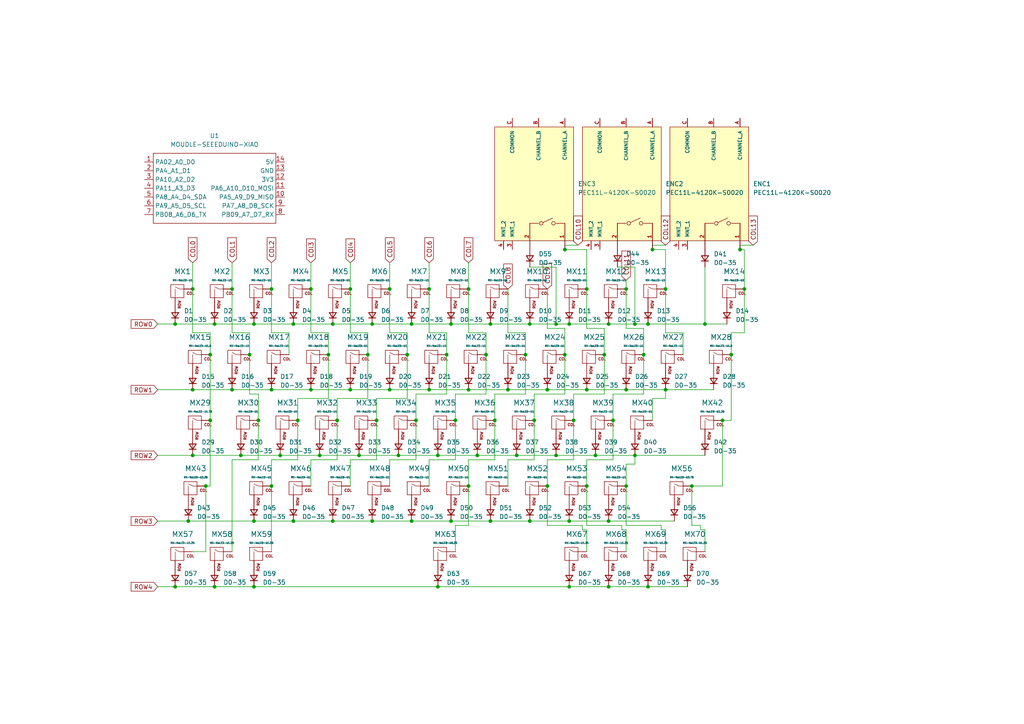
<source format=kicad_sch>
(kicad_sch (version 20230121) (generator eeschema)
  (paper "A4")
  (junction (at 127 132.08))
  (junction (at 184.15 93.98))
  (junction (at 109.22 121.92))
  (junction (at 72.39 102.87))
  (junction (at 214.63 72.39))
  (junction (at 129.54 102.87))
  (junction (at 138.43 132.08))
  (junction (at 101.6 113.03))
  (junction (at 158.75 140.97))
  (junction (at 90.17 83.82))
  (junction (at 73.66 93.98))
  (junction (at 90.17 113.03))
  (junction (at 78.74 113.03))
  (junction (at 135.89 113.03))
  (junction (at 106.68 102.87))
  (junction (at 209.55 121.92))
  (junction (at 96.52 93.98))
  (junction (at 161.29 93.98))
  (junction (at 143.51 121.92))
  (junction (at 186.69 102.87))
  (junction (at 163.83 72.39))
  (junction (at 215.9 83.82))
  (junction (at 127 170.18))
  (junction (at 107.95 93.98))
  (junction (at 193.04 113.03))
  (junction (at 62.23 93.98))
  (junction (at 113.03 83.82))
  (junction (at 50.8 93.98))
  (junction (at 176.53 170.18))
  (junction (at 181.61 83.82))
  (junction (at 73.66 151.13))
  (junction (at 55.88 113.03))
  (junction (at 176.53 93.98))
  (junction (at 85.09 93.98))
  (junction (at 124.46 83.82))
  (junction (at 78.74 140.97))
  (junction (at 50.8 170.18))
  (junction (at 86.36 121.92))
  (junction (at 154.94 121.92))
  (junction (at 153.67 151.13))
  (junction (at 55.88 83.82))
  (junction (at 142.24 151.13))
  (junction (at 60.96 102.87))
  (junction (at 67.31 113.03))
  (junction (at 130.81 93.98))
  (junction (at 189.23 72.39))
  (junction (at 107.95 151.13))
  (junction (at 184.15 132.08))
  (junction (at 170.18 113.03))
  (junction (at 187.96 170.18))
  (junction (at 96.52 151.13))
  (junction (at 165.1 151.13))
  (junction (at 113.03 113.03))
  (junction (at 81.28 132.08))
  (junction (at 74.93 121.92))
  (junction (at 115.57 132.08))
  (junction (at 119.38 93.98))
  (junction (at 118.11 102.87))
  (junction (at 200.66 140.97))
  (junction (at 166.37 121.92))
  (junction (at 135.89 83.82))
  (junction (at 78.74 83.82))
  (junction (at 152.4 102.87))
  (junction (at 177.8 121.92))
  (junction (at 60.96 121.92))
  (junction (at 130.81 151.13))
  (junction (at 92.71 132.08))
  (junction (at 170.18 140.97))
  (junction (at 147.32 113.03))
  (junction (at 187.96 93.98))
  (junction (at 158.75 113.03))
  (junction (at 132.08 121.92))
  (junction (at 69.85 132.08))
  (junction (at 181.61 113.03))
  (junction (at 120.65 121.92))
  (junction (at 153.67 93.98))
  (junction (at 73.66 170.18))
  (junction (at 62.23 170.18))
  (junction (at 172.72 132.08))
  (junction (at 142.24 93.98))
  (junction (at 54.61 151.13))
  (junction (at 135.89 140.97))
  (junction (at 204.47 93.98))
  (junction (at 165.1 170.18))
  (junction (at 161.29 132.08))
  (junction (at 59.69 140.97))
  (junction (at 97.79 121.92))
  (junction (at 165.1 93.98))
  (junction (at 175.26 102.87))
  (junction (at 212.09 102.87))
  (junction (at 181.61 140.97))
  (junction (at 119.38 151.13))
  (junction (at 170.18 83.82))
  (junction (at 104.14 132.08))
  (junction (at 163.83 102.87))
  (junction (at 149.86 132.08))
  (junction (at 95.25 102.87))
  (junction (at 193.04 83.82))
  (junction (at 140.97 102.87))
  (junction (at 176.53 151.13))
  (junction (at 67.31 83.82))
  (junction (at 124.46 113.03))
  (junction (at 55.88 132.08))
  (junction (at 101.6 83.82))
  (junction (at 85.09 151.13))
  (wire (pts (xy 204.47 160.02) (xy 204.47 153.67)))
  (wire (pts (xy 45.72 93.98) (xy 50.8 93.98)))
  (wire (pts (xy 170.18 95.25) (xy 170.18 83.82)))
  (wire (pts (xy 90.17 133.35) (xy 97.79 133.35)))
  (wire (pts (xy 115.57 132.08) (xy 127 132.08)))
  (wire (pts (xy 181.61 153.67) (xy 180.34 153.67)))
  (wire (pts (xy 109.22 115.57) (xy 118.11 115.57)))
  (wire (pts (xy 186.69 95.25) (xy 181.61 95.25)))
  (wire (pts (xy 113.03 133.35) (xy 120.65 133.35)))
  (wire (pts (xy 129.54 102.87) (xy 129.54 114.3)))
  (wire (pts (xy 86.36 115.57) (xy 95.25 115.57)))
  (wire (pts (xy 163.83 114.3) (xy 163.83 102.87)))
  (wire (pts (xy 186.69 102.87) (xy 186.69 114.3)))
  (wire (pts (xy 95.25 115.57) (xy 95.25 102.87)))
  (wire (pts (xy 200.66 152.4) (xy 200.66 140.97)))
  (wire (pts (xy 95.25 96.52) (xy 90.17 96.52)))
  (wire (pts (xy 163.83 71.12) (xy 167.64 71.12)))
  (wire (pts (xy 106.68 102.87) (xy 106.68 115.57)))
  (wire (pts (xy 130.81 151.13) (xy 142.24 151.13)))
  (wire (pts (xy 67.31 76.2) (xy 67.31 83.82)))
  (wire (pts (xy 45.72 170.18) (xy 50.8 170.18)))
  (wire (pts (xy 181.61 140.97) (xy 181.61 134.62)))
  (wire (pts (xy 176.53 93.98) (xy 184.15 93.98)))
  (wire (pts (xy 81.28 132.08) (xy 92.71 132.08)))
  (wire (pts (xy 124.46 113.03) (xy 135.89 113.03)))
  (wire (pts (xy 106.68 102.87) (xy 106.68 96.52)))
  (wire (pts (xy 118.11 102.87) (xy 118.11 115.57)))
  (wire (pts (xy 189.23 115.57) (xy 193.04 115.57)))
  (wire (pts (xy 161.29 77.47) (xy 161.29 93.98)))
  (wire (pts (xy 143.51 121.92) (xy 143.51 114.3)))
  (wire (pts (xy 147.32 96.52) (xy 147.32 83.82)))
  (wire (pts (xy 140.97 102.87) (xy 140.97 114.3)))
  (wire (pts (xy 191.77 153.67) (xy 191.77 152.4)))
  (wire (pts (xy 149.86 132.08) (xy 161.29 132.08)))
  (wire (pts (xy 175.26 95.25) (xy 170.18 95.25)))
  (wire (pts (xy 143.51 114.3) (xy 152.4 114.3)))
  (wire (pts (xy 158.75 140.97) (xy 158.75 133.35)))
  (wire (pts (xy 170.18 83.82) (xy 170.18 72.39)))
  (wire (pts (xy 83.82 96.52) (xy 78.74 96.52)))
  (wire (pts (xy 163.83 72.39) (xy 163.83 71.12)))
  (wire (pts (xy 55.88 96.52) (xy 55.88 83.82)))
  (wire (pts (xy 50.8 170.18) (xy 62.23 170.18)))
  (wire (pts (xy 101.6 140.97) (xy 101.6 133.35)))
  (wire (pts (xy 140.97 96.52) (xy 135.89 96.52)))
  (wire (pts (xy 92.71 132.08) (xy 104.14 132.08)))
  (wire (pts (xy 168.91 153.67) (xy 168.91 152.4)))
  (wire (pts (xy 165.1 151.13) (xy 176.53 151.13)))
  (wire (pts (xy 189.23 115.57) (xy 189.23 121.92)))
  (wire (pts (xy 176.53 170.18) (xy 187.96 170.18)))
  (wire (pts (xy 204.47 93.98) (xy 210.82 93.98)))
  (wire (pts (xy 72.39 96.52) (xy 67.31 96.52)))
  (wire (pts (xy 163.83 102.87) (xy 163.83 95.25)))
  (wire (pts (xy 163.83 95.25) (xy 158.75 95.25)))
  (wire (pts (xy 142.24 151.13) (xy 153.67 151.13)))
  (wire (pts (xy 189.23 71.12) (xy 193.04 71.12)))
  (wire (pts (xy 215.9 72.39) (xy 214.63 72.39)))
  (wire (pts (xy 45.72 151.13) (xy 54.61 151.13)))
  (wire (pts (xy 78.74 140.97) (xy 78.74 133.35)))
  (wire (pts (xy 135.89 113.03) (xy 147.32 113.03)))
  (wire (pts (xy 153.67 151.13) (xy 165.1 151.13)))
  (wire (pts (xy 86.36 121.92) (xy 86.36 115.57)))
  (wire (pts (xy 67.31 83.82) (xy 67.31 96.52)))
  (wire (pts (xy 97.79 121.92) (xy 97.79 115.57)))
  (wire (pts (xy 119.38 151.13) (xy 130.81 151.13)))
  (wire (pts (xy 181.61 134.62) (xy 184.15 134.62)))
  (wire (pts (xy 55.88 76.2) (xy 55.88 83.82)))
  (wire (pts (xy 181.61 95.25) (xy 181.61 83.82)))
  (wire (pts (xy 170.18 140.97) (xy 170.18 152.4)))
  (wire (pts (xy 170.18 133.35) (xy 177.8 133.35)))
  (wire (pts (xy 193.04 72.39) (xy 189.23 72.39)))
  (wire (pts (xy 184.15 132.08) (xy 204.47 132.08)))
  (wire (pts (xy 50.8 93.98) (xy 62.23 93.98)))
  (wire (pts (xy 165.1 170.18) (xy 176.53 170.18)))
  (wire (pts (xy 193.04 113.03) (xy 207.01 113.03)))
  (wire (pts (xy 59.69 160.02) (xy 59.69 140.97)))
  (wire (pts (xy 184.15 134.62) (xy 184.15 132.08)))
  (wire (pts (xy 153.67 93.98) (xy 161.29 93.98)))
  (wire (pts (xy 67.31 133.35) (xy 67.31 160.02)))
  (wire (pts (xy 90.17 113.03) (xy 101.6 113.03)))
  (wire (pts (xy 113.03 76.2) (xy 113.03 83.82)))
  (wire (pts (xy 72.39 102.87) (xy 72.39 96.52)))
  (wire (pts (xy 127 170.18) (xy 165.1 170.18)))
  (wire (pts (xy 198.12 102.87) (xy 198.12 96.52)))
  (wire (pts (xy 97.79 133.35) (xy 97.79 121.92)))
  (wire (pts (xy 212.09 102.87) (xy 212.09 96.52)))
  (wire (pts (xy 147.32 140.97) (xy 147.32 133.35)))
  (wire (pts (xy 209.55 121.92) (xy 209.55 140.97)))
  (wire (pts (xy 152.4 102.87) (xy 152.4 96.52)))
  (wire (pts (xy 180.34 153.67) (xy 180.34 152.4)))
  (wire (pts (xy 193.04 160.02) (xy 193.04 153.67)))
  (wire (pts (xy 193.04 96.52) (xy 193.04 83.82)))
  (wire (pts (xy 175.26 102.87) (xy 175.26 95.25)))
  (wire (pts (xy 204.47 153.67) (xy 203.2 153.67)))
  (wire (pts (xy 161.29 132.08) (xy 172.72 132.08)))
  (wire (pts (xy 152.4 96.52) (xy 147.32 96.52)))
  (wire (pts (xy 158.75 113.03) (xy 170.18 113.03)))
  (wire (pts (xy 181.61 113.03) (xy 193.04 113.03)))
  (wire (pts (xy 143.51 121.92) (xy 143.51 133.35)))
  (wire (pts (xy 62.23 170.18) (xy 73.66 170.18)))
  (wire (pts (xy 60.96 102.87) (xy 60.96 96.52)))
  (wire (pts (xy 101.6 96.52) (xy 101.6 83.82)))
  (wire (pts (xy 85.09 93.98) (xy 96.52 93.98)))
  (wire (pts (xy 120.65 121.92) (xy 120.65 114.3)))
  (wire (pts (xy 54.61 151.13) (xy 73.66 151.13)))
  (wire (pts (xy 189.23 72.39) (xy 189.23 71.12)))
  (wire (pts (xy 72.39 114.3) (xy 72.39 102.87)))
  (wire (pts (xy 203.2 153.67) (xy 203.2 152.4)))
  (wire (pts (xy 153.67 77.47) (xy 161.29 77.47)))
  (wire (pts (xy 193.04 113.03) (xy 193.04 115.57)))
  (wire (pts (xy 124.46 76.2) (xy 124.46 83.82)))
  (wire (pts (xy 90.17 140.97) (xy 90.17 133.35)))
  (wire (pts (xy 124.46 96.52) (xy 124.46 83.82)))
  (wire (pts (xy 113.03 113.03) (xy 124.46 113.03)))
  (wire (pts (xy 132.08 152.4) (xy 135.89 152.4)))
  (wire (pts (xy 181.61 83.82) (xy 181.61 81.28)))
  (wire (pts (xy 204.47 77.47) (xy 204.47 93.98)))
  (wire (pts (xy 118.11 96.52) (xy 113.03 96.52)))
  (wire (pts (xy 85.09 151.13) (xy 96.52 151.13)))
  (wire (pts (xy 130.81 93.98) (xy 142.24 93.98)))
  (wire (pts (xy 83.82 102.87) (xy 83.82 96.52)))
  (wire (pts (xy 120.65 133.35) (xy 120.65 121.92)))
  (wire (pts (xy 124.46 140.97) (xy 124.46 133.35)))
  (wire (pts (xy 132.08 114.3) (xy 140.97 114.3)))
  (wire (pts (xy 62.23 93.98) (xy 73.66 93.98)))
  (wire (pts (xy 113.03 96.52) (xy 113.03 83.82)))
  (wire (pts (xy 152.4 102.87) (xy 152.4 114.3)))
  (wire (pts (xy 129.54 96.52) (xy 124.46 96.52)))
  (wire (pts (xy 138.43 132.08) (xy 149.86 132.08)))
  (wire (pts (xy 158.75 140.97) (xy 158.75 152.4)))
  (wire (pts (xy 154.94 121.92) (xy 154.94 133.35)))
  (wire (pts (xy 166.37 114.3) (xy 175.26 114.3)))
  (wire (pts (xy 135.89 152.4) (xy 135.89 140.97)))
  (wire (pts (xy 101.6 133.35) (xy 109.22 133.35)))
  (wire (pts (xy 147.32 133.35) (xy 154.94 133.35)))
  (wire (pts (xy 154.94 114.3) (xy 163.83 114.3)))
  (wire (pts (xy 97.79 115.57) (xy 106.68 115.57)))
  (wire (pts (xy 170.18 160.02) (xy 170.18 153.67)))
  (wire (pts (xy 198.12 96.52) (xy 193.04 96.52)))
  (wire (pts (xy 172.72 132.08) (xy 184.15 132.08)))
  (wire (pts (xy 90.17 76.2) (xy 90.17 83.82)))
  (wire (pts (xy 177.8 121.92) (xy 177.8 114.3)))
  (wire (pts (xy 60.96 96.52) (xy 55.88 96.52)))
  (wire (pts (xy 55.88 113.03) (xy 67.31 113.03)))
  (wire (pts (xy 67.31 133.35) (xy 74.93 133.35)))
  (wire (pts (xy 168.91 152.4) (xy 158.75 152.4)))
  (wire (pts (xy 118.11 102.87) (xy 118.11 96.52)))
  (wire (pts (xy 200.66 140.97) (xy 209.55 140.97)))
  (wire (pts (xy 184.15 93.98) (xy 187.96 93.98)))
  (wire (pts (xy 176.53 151.13) (xy 195.58 151.13)))
  (wire (pts (xy 184.15 77.47) (xy 184.15 93.98)))
  (wire (pts (xy 95.25 102.87) (xy 95.25 96.52)))
  (wire (pts (xy 132.08 160.02) (xy 132.08 152.4)))
  (wire (pts (xy 67.31 113.03) (xy 78.74 113.03)))
  (wire (pts (xy 147.32 113.03) (xy 158.75 113.03)))
  (wire (pts (xy 193.04 83.82) (xy 193.04 72.39)))
  (wire (pts (xy 165.1 93.98) (xy 176.53 93.98)))
  (wire (pts (xy 74.93 133.35) (xy 74.93 121.92)))
  (wire (pts (xy 90.17 96.52) (xy 90.17 83.82)))
  (wire (pts (xy 154.94 121.92) (xy 154.94 114.3)))
  (wire (pts (xy 135.89 140.97) (xy 135.89 133.35)))
  (wire (pts (xy 78.74 113.03) (xy 90.17 113.03)))
  (wire (pts (xy 132.08 121.92) (xy 132.08 133.35)))
  (wire (pts (xy 214.63 71.12) (xy 218.44 71.12)))
  (wire (pts (xy 135.89 76.2) (xy 135.89 83.82)))
  (wire (pts (xy 142.24 93.98) (xy 153.67 93.98)))
  (wire (pts (xy 78.74 140.97) (xy 78.74 160.02)))
  (wire (pts (xy 186.69 102.87) (xy 186.69 95.25)))
  (wire (pts (xy 215.9 96.52) (xy 215.9 83.82)))
  (wire (pts (xy 73.66 170.18) (xy 127 170.18)))
  (wire (pts (xy 69.85 132.08) (xy 81.28 132.08)))
  (wire (pts (xy 177.8 114.3) (xy 186.69 114.3)))
  (wire (pts (xy 101.6 113.03) (xy 113.03 113.03)))
  (wire (pts (xy 113.03 140.97) (xy 113.03 133.35)))
  (wire (pts (xy 187.96 170.18) (xy 199.39 170.18)))
  (wire (pts (xy 175.26 114.3) (xy 175.26 102.87)))
  (wire (pts (xy 124.46 133.35) (xy 132.08 133.35)))
  (wire (pts (xy 106.68 96.52) (xy 101.6 96.52)))
  (wire (pts (xy 78.74 96.52) (xy 78.74 83.82)))
  (wire (pts (xy 193.04 153.67) (xy 191.77 153.67)))
  (wire (pts (xy 215.9 83.82) (xy 215.9 72.39)))
  (wire (pts (xy 60.96 140.97) (xy 60.96 121.92)))
  (wire (pts (xy 96.52 93.98) (xy 107.95 93.98)))
  (wire (pts (xy 181.61 140.97) (xy 181.61 152.4)))
  (wire (pts (xy 161.29 93.98) (xy 165.1 93.98)))
  (wire (pts (xy 166.37 121.92) (xy 166.37 114.3)))
  (wire (pts (xy 135.89 133.35) (xy 143.51 133.35)))
  (wire (pts (xy 170.18 153.67) (xy 168.91 153.67)))
  (wire (pts (xy 73.66 93.98) (xy 85.09 93.98)))
  (wire (pts (xy 59.69 140.97) (xy 60.96 140.97)))
  (wire (pts (xy 158.75 95.25) (xy 158.75 83.82)))
  (wire (pts (xy 55.88 132.08) (xy 69.85 132.08)))
  (wire (pts (xy 135.89 96.52) (xy 135.89 83.82)))
  (wire (pts (xy 109.22 121.92) (xy 109.22 133.35)))
  (wire (pts (xy 78.74 133.35) (xy 86.36 133.35)))
  (wire (pts (xy 109.22 121.92) (xy 109.22 115.57)))
  (wire (pts (xy 107.95 93.98) (xy 119.38 93.98)))
  (wire (pts (xy 55.88 160.02) (xy 59.69 160.02)))
  (wire (pts (xy 101.6 76.2) (xy 101.6 83.82)))
  (wire (pts (xy 203.2 152.4) (xy 200.66 152.4)))
  (wire (pts (xy 209.55 121.92) (xy 212.09 121.92)))
  (wire (pts (xy 119.38 93.98) (xy 130.81 93.98)))
  (wire (pts (xy 60.96 102.87) (xy 60.96 121.92)))
  (wire (pts (xy 177.8 121.92) (xy 177.8 133.35)))
  (wire (pts (xy 132.08 121.92) (xy 132.08 114.3)))
  (wire (pts (xy 74.93 121.92) (xy 74.93 114.3)))
  (wire (pts (xy 104.14 132.08) (xy 115.57 132.08)))
  (wire (pts (xy 212.09 96.52) (xy 215.9 96.52)))
  (wire (pts (xy 107.95 151.13) (xy 119.38 151.13)))
  (wire (pts (xy 181.61 152.4) (xy 191.77 152.4)))
  (wire (pts (xy 170.18 140.97) (xy 170.18 133.35)))
  (wire (pts (xy 74.93 114.3) (xy 72.39 114.3)))
  (wire (pts (xy 158.75 133.35) (xy 166.37 133.35)))
  (wire (pts (xy 187.96 93.98) (xy 204.47 93.98)))
  (wire (pts (xy 127 132.08) (xy 138.43 132.08)))
  (wire (pts (xy 73.66 151.13) (xy 85.09 151.13)))
  (wire (pts (xy 180.34 152.4) (xy 170.18 152.4)))
  (wire (pts (xy 86.36 133.35) (xy 86.36 121.92)))
  (wire (pts (xy 166.37 121.92) (xy 166.37 133.35)))
  (wire (pts (xy 170.18 113.03) (xy 181.61 113.03)))
  (wire (pts (xy 179.07 77.47) (xy 184.15 77.47)))
  (wire (pts (xy 140.97 102.87) (xy 140.97 96.52)))
  (wire (pts (xy 129.54 96.52) (xy 129.54 102.87)))
  (wire (pts (xy 96.52 151.13) (xy 107.95 151.13)))
  (wire (pts (xy 181.61 160.02) (xy 181.61 153.67)))
  (wire (pts (xy 214.63 72.39) (xy 214.63 71.12)))
  (wire (pts (xy 120.65 114.3) (xy 129.54 114.3)))
  (wire (pts (xy 45.72 113.03) (xy 55.88 113.03)))
  (wire (pts (xy 45.72 132.08) (xy 55.88 132.08)))
  (wire (pts (xy 170.18 72.39) (xy 163.83 72.39)))
  (wire (pts (xy 212.09 102.87) (xy 212.09 121.92)))
  (wire (pts (xy 78.74 76.2) (xy 78.74 83.82)))
  (global_label "COl3" (shape input) (at 90.17 76.2 90) (property "Intersheetrefs" "${INTERSHEET_REFS}" (effects hide)))
  (global_label "COL7" (shape input) (at 135.89 76.2 90) (property "Intersheetrefs" "${INTERSHEET_REFS}" (effects hide)))
  (global_label "COL11" (shape input) (at 181.61 81.28 90) (property "Intersheetrefs" "${INTERSHEET_REFS}" (effects hide)))
  (global_label "COL6" (shape input) (at 124.46 76.2 90) (property "Intersheetrefs" "${INTERSHEET_REFS}" (effects hide)))
  (global_label "COl4" (shape input) (at 101.6 76.2 90) (property "Intersheetrefs" "${INTERSHEET_REFS}" (effects hide)))
  (global_label "ROW4" (shape input) (at 45.72 170.18 180) (property "Intersheetrefs" "${INTERSHEET_REFS}" (effects hide)))
  (global_label "COL0" (shape input) (at 55.88 76.2 90) (property "Intersheetrefs" "${INTERSHEET_REFS}" (effects hide)))
  (global_label "COL12" (shape input) (at 193.04 71.12 90) (property "Intersheetrefs" "${INTERSHEET_REFS}" (effects hide)))
  (global_label "COL2" (shape input) (at 78.74 76.2 90) (property "Intersheetrefs" "${INTERSHEET_REFS}" (effects hide)))
  (global_label "COL13" (shape input) (at 218.44 71.12 90) (property "Intersheetrefs" "${INTERSHEET_REFS}" (effects hide)))
  (global_label "ROW3" (shape input) (at 45.72 151.13 180) (property "Intersheetrefs" "${INTERSHEET_REFS}" (effects hide)))
  (global_label "COL5" (shape input) (at 113.03 76.2 90) (property "Intersheetrefs" "${INTERSHEET_REFS}" (effects hide)))
  (global_label "COL8" (shape input) (at 147.32 83.82 90) (property "Intersheetrefs" "${INTERSHEET_REFS}" (effects hide)))
  (global_label "ROW2" (shape input) (at 45.72 132.08 180) (property "Intersheetrefs" "${INTERSHEET_REFS}" (effects hide)))
  (global_label "COL1" (shape input) (at 67.31 76.2 90) (property "Intersheetrefs" "${INTERSHEET_REFS}" (effects hide)))
  (global_label "ROW1" (shape input) (at 45.72 113.03 180) (property "Intersheetrefs" "${INTERSHEET_REFS}" (effects hide)))
  (global_label "ROW0" (shape input) (at 45.72 93.98 180) (property "Intersheetrefs" "${INTERSHEET_REFS}" (effects hide)))
  (global_label "COL9" (shape input) (at 158.75 83.82 90) (property "Intersheetrefs" "${INTERSHEET_REFS}" (effects hide)))
  (global_label "COL10" (shape input) (at 167.64 71.12 90) (property "Intersheetrefs" "${INTERSHEET_REFS}" (effects hide)))
  (symbol (lib_id "Device:D_Small") (at 153.67 148.59 90) (unit 1)
    (property "Reference" "D52" (at 156.21 147.32 90) (effects (justify right)))
    (property "Value" "D0-35" (at 156.21 149.86 90) (effects (justify right)))
    (property "Footprint" "onesemi-1N914:ON_Semiconductor-017AG-08_2016-O-MFG" (effects hide))
    (property "Sim.Device" "D" (effects hide))
    (property "Sim.Pins" "1=K 2=A" (effects hide))
  )
  (symbol (lib_id "MX_Alps_Hybrid:MX-NoLED") (at 63.5 85.09 0) (unit 1)
    (property "Reference" "MX2" (at 64.3832 78.74 0) (effects (font (size 1.524 1.524))))
    (property "Value" "MX-NoLED-U1" (at 64.3832 81.28 0) (effects (font (size 0.508 0.508))))
    (property "Footprint" "MX_Alps_Hybrid:MX-1U-NoLED" (effects hide))
  )
  (symbol (lib_id "Device:D_Small") (at 147.32 110.49 90) (unit 1)
    (property "Reference" "D23" (at 149.86 109.22 90) (effects (justify right)))
    (property "Value" "D0-35" (at 149.86 111.76 90) (effects (justify right)))
    (property "Footprint" "onesemi-1N914:ON_Semiconductor-017AG-08_2016-O-MFG" (effects hide))
    (property "Sim.Device" "D" (effects hide))
    (property "Sim.Pins" "1=K 2=A" (effects hide))
  )
  (symbol (lib_id "Device:D_Small") (at 158.75 110.49 90) (unit 1)
    (property "Reference" "D24" (at 161.29 109.22 90) (effects (justify right)))
    (property "Value" "D0-35" (at 161.29 111.76 90) (effects (justify right)))
    (property "Footprint" "onesemi-1N914:ON_Semiconductor-017AG-08_2016-O-MFG" (effects hide))
    (property "Sim.Device" "D" (effects hide))
    (property "Sim.Pins" "1=K 2=A" (effects hide))
  )
  (symbol (lib_id "Device:D_Small") (at 142.24 148.59 90) (unit 1)
    (property "Reference" "D51" (at 144.78 147.32 90) (effects (justify right)))
    (property "Value" "D0-35" (at 144.78 149.86 90) (effects (justify right)))
    (property "Footprint" "onesemi-1N914:ON_Semiconductor-017AG-08_2016-O-MFG" (effects hide))
    (property "Sim.Device" "D" (effects hide))
    (property "Sim.Pins" "1=K 2=A" (effects hide))
  )
  (symbol (lib_id "MX_Alps_Hybrid:MX-NoLED") (at 143.51 142.24 0) (unit 1)
    (property "Reference" "MX51" (at 144.3932 135.89 0) (effects (font (size 1.524 1.524))))
    (property "Value" "MX-NoLED-U1" (at 144.3932 138.43 0) (effects (font (size 0.508 0.508))))
    (property "Footprint" "MX_Alps_Hybrid:MX-1U-NoLED" (effects hide))
  )
  (symbol (lib_id "Device:D_Small") (at 119.38 148.59 90) (unit 1)
    (property "Reference" "D49" (at 121.92 147.32 90) (effects (justify right)))
    (property "Value" "D0-35" (at 121.92 149.86 90) (effects (justify right)))
    (property "Footprint" "onesemi-1N914:ON_Semiconductor-017AG-08_2016-O-MFG" (effects hide))
    (property "Sim.Device" "D" (effects hide))
    (property "Sim.Pins" "1=K 2=A" (effects hide))
  )
  (symbol (lib_id "MX_Alps_Hybrid:MX-NoLED") (at 120.65 142.24 0) (unit 1)
    (property "Reference" "MX49" (at 121.5332 135.89 0) (effects (font (size 1.524 1.524))))
    (property "Value" "MX-NoLED-U1" (at 121.5332 138.43 0) (effects (font (size 0.508 0.508))))
    (property "Footprint" "MX_Alps_Hybrid:MX-1U-NoLED" (effects hide))
  )
  (symbol (lib_id "MX_Alps_Hybrid:MX-NoLED") (at 177.8 142.24 0) (unit 1)
    (property "Reference" "MX54" (at 178.6832 135.89 0) (effects (font (size 1.524 1.524))))
    (property "Value" "MX-NoLED-U1" (at 178.6832 138.43 0) (effects (font (size 0.508 0.508))))
    (property "Footprint" "MX_Alps_Hybrid:MX-1U-NoLED" (effects hide))
  )
  (symbol (lib_id "MX_Alps_Hybrid:MX-NoLED") (at 137.16 104.14 0) (unit 1)
    (property "Reference" "MX22" (at 138.0432 97.79 0) (effects (font (size 1.524 1.524))))
    (property "Value" "MX-NoLED-U1" (at 138.0432 100.33 0) (effects (font (size 0.508 0.508))))
    (property "Footprint" "MX_Alps_Hybrid:MX-1U-NoLED" (effects hide))
  )
  (symbol (lib_id "MX_Alps_Hybrid:MX-NoLED") (at 166.37 85.09 0) (unit 1)
    (property "Reference" "MX11" (at 167.2532 78.74 0) (effects (font (size 1.524 1.524))))
    (property "Value" "MX-NoLED-U1" (at 167.2532 81.28 0) (effects (font (size 0.508 0.508))))
    (property "Footprint" "MX_Alps_Hybrid:MX-1U-NoLED" (effects hide))
  )
  (symbol (lib_id "MX_Alps_Hybrid:MX-NoLED") (at 132.08 142.24 0) (unit 1)
    (property "Reference" "MX50" (at 132.9632 135.89 0) (effects (font (size 1.524 1.524))))
    (property "Value" "MX-NoLED-U1" (at 132.9632 138.43 0) (effects (font (size 0.508 0.508))))
    (property "Footprint" "MX_Alps_Hybrid:MX-1U-NoLED" (effects hide))
  )
  (symbol (lib_id "Device:D_Small") (at 165.1 91.44 90) (unit 1)
    (property "Reference" "D11" (at 167.64 90.17 90) (effects (justify right)))
    (property "Value" "D0-35" (at 167.64 92.71 90) (effects (justify right)))
    (property "Footprint" "onesemi-1N914:ON_Semiconductor-017AG-08_2016-O-MFG" (effects hide))
    (property "Sim.Device" "D" (effects hide))
    (property "Sim.Pins" "1=K 2=A" (effects hide))
  )
  (symbol (lib_id "MX_Alps_Hybrid:MX-NoLED") (at 105.41 123.19 0) (unit 1)
    (property "Reference" "MX33" (at 106.2932 116.84 0) (effects (font (size 1.524 1.524))))
    (property "Value" "MX-NoLED-U1" (at 106.2932 119.38 0) (effects (font (size 0.508 0.508))))
    (property "Footprint" "MX_Alps_Hybrid:MX-1U-NoLED" (effects hide))
  )
  (symbol (lib_id "MX_Alps_Hybrid:MX-NoLED") (at 154.94 85.09 0) (unit 1)
    (property "Reference" "MX10" (at 155.8232 78.74 0) (effects (font (size 1.524 1.524))))
    (property "Value" "MX-NoLED-U1" (at 155.8232 81.28 0) (effects (font (size 0.508 0.508))))
    (property "Footprint" "MX_Alps_Hybrid:MX-1U-NoLED" (effects hide))
  )
  (symbol (lib_id "Device:D_Small") (at 119.38 91.44 90) (unit 1)
    (property "Reference" "D7" (at 121.92 90.17 90) (effects (justify right)))
    (property "Value" "D0-35" (at 121.92 92.71 90) (effects (justify right)))
    (property "Footprint" "onesemi-1N914:ON_Semiconductor-017AG-08_2016-O-MFG" (effects hide))
    (property "Sim.Device" "D" (effects hide))
    (property "Sim.Pins" "1=K 2=A" (effects hide))
  )
  (symbol (lib_id "Device:D_Small") (at 104.14 129.54 90) (unit 1)
    (property "Reference" "D33" (at 106.68 128.27 90) (effects (justify right)))
    (property "Value" "D0-35" (at 106.68 130.81 90) (effects (justify right)))
    (property "Footprint" "onesemi-1N914:ON_Semiconductor-017AG-08_2016-O-MFG" (effects hide))
    (property "Sim.Device" "D" (effects hide))
    (property "Sim.Pins" "1=K 2=A" (effects hide))
  )
  (symbol (lib_id "Device:D_Small") (at 193.04 110.49 90) (unit 1)
    (property "Reference" "D27" (at 195.58 109.22 90) (effects (justify right)))
    (property "Value" "D0-35" (at 195.58 111.76 90) (effects (justify right)))
    (property "Footprint" "onesemi-1N914:ON_Semiconductor-017AG-08_2016-O-MFG" (effects hide))
    (property "Sim.Device" "D" (effects hide))
    (property "Sim.Pins" "1=K 2=A" (effects hide))
  )
  (symbol (lib_id "MX_Alps_Hybrid:MX-NoLED") (at 200.66 161.29 0) (unit 1)
    (property "Reference" "MX70" (at 201.5432 154.94 0) (effects (font (size 1.524 1.524))))
    (property "Value" "MX-NoLED-U1.25" (at 201.5432 157.48 0) (effects (font (size 0.508 0.508))))
    (property "Footprint" "MX_Alps_Hybrid:MX-1.25U-NoLED" (effects hide))
  )
  (symbol (lib_id "Device:D_Small") (at 187.96 167.64 90) (unit 1)
    (property "Reference" "D69" (at 190.5 166.37 90) (effects (justify right)))
    (property "Value" "D0-35" (at 190.5 168.91 90) (effects (justify right)))
    (property "Footprint" "onesemi-1N914:ON_Semiconductor-017AG-08_2016-O-MFG" (effects hide))
    (property "Sim.Device" "D" (effects hide))
    (property "Sim.Pins" "1=K 2=A" (effects hide))
  )
  (symbol (lib_id "MX_Alps_Hybrid:MX-NoLED") (at 166.37 161.29 0) (unit 1)
    (property "Reference" "MX67" (at 167.2532 154.94 0) (effects (font (size 1.524 1.524))))
    (property "Value" "MX-NoLED-U1.25" (at 167.2532 157.48 0) (effects (font (size 0.508 0.508))))
    (property "Footprint" "MX_Alps_Hybrid:MX-1.25U-NoLED" (effects hide))
  )
  (symbol (lib_id "Device:D_Small") (at 181.61 110.49 90) (unit 1)
    (property "Reference" "D26" (at 184.15 109.22 90) (effects (justify right)))
    (property "Value" "D0-35" (at 184.15 111.76 90) (effects (justify right)))
    (property "Footprint" "onesemi-1N914:ON_Semiconductor-017AG-08_2016-O-MFG" (effects hide))
    (property "Sim.Device" "D" (effects hide))
    (property "Sim.Pins" "1=K 2=A" (effects hide))
  )
  (symbol (lib_id "MX_Alps_Hybrid:MX-NoLED") (at 86.36 85.09 0) (unit 1)
    (property "Reference" "MX4" (at 87.2432 78.74 0) (effects (font (size 1.524 1.524))))
    (property "Value" "MX-NoLED-U1" (at 87.2432 81.28 0) (effects (font (size 0.508 0.508))))
    (property "Footprint" "MX_Alps_Hybrid:MX-1U-NoLED" (effects hide))
  )
  (symbol (lib_id "MX_Alps_Hybrid:MX-NoLED") (at 57.15 123.19 0) (unit 1)
    (property "Reference" "MX29" (at 58.0332 116.84 0) (effects (font (size 1.524 1.524))))
    (property "Value" "MX-NoLED-U1.75" (at 58.0332 119.38 0) (effects (font (size 0.508 0.508))))
    (property "Footprint" "MX_Alps_Hybrid:MX-1.75U-NoLED" (effects hide))
  )
  (symbol (lib_id "Device:D_Small") (at 176.53 167.64 90) (unit 1)
    (property "Reference" "D68" (at 179.07 166.37 90) (effects (justify right)))
    (property "Value" "D0-35" (at 179.07 168.91 90) (effects (justify right)))
    (property "Footprint" "onesemi-1N914:ON_Semiconductor-017AG-08_2016-O-MFG" (effects hide))
    (property "Sim.Device" "D" (effects hide))
    (property "Sim.Pins" "1=K 2=A" (effects hide))
  )
  (symbol (lib_id "Device:D_Small") (at 62.23 91.44 90) (unit 1)
    (property "Reference" "D2" (at 64.77 90.17 90) (effects (justify right)))
    (property "Value" "D0-35" (at 64.77 92.71 90) (effects (justify right)))
    (property "Footprint" "onesemi-1N914:ON_Semiconductor-017AG-08_2016-O-MFG" (effects hide))
    (property "Sim.Device" "D" (effects hide))
    (property "Sim.Pins" "1=K 2=A" (effects hide))
  )
  (symbol (lib_id "Device:D_Small") (at 124.46 110.49 90) (unit 1)
    (property "Reference" "D21" (at 127 109.22 90) (effects (justify right)))
    (property "Value" "D0-35" (at 127 111.76 90) (effects (justify right)))
    (property "Footprint" "onesemi-1N914:ON_Semiconductor-017AG-08_2016-O-MFG" (effects hide))
    (property "Sim.Device" "D" (effects hide))
    (property "Sim.Pins" "1=K 2=A" (effects hide))
  )
  (symbol (lib_id "Device:D_Small") (at 207.01 110.49 90) (unit 1)
    (property "Reference" "D28" (at 209.55 109.22 90) (effects (justify right)))
    (property "Value" "D0-35" (at 209.55 111.76 90) (effects (justify right)))
    (property "Footprint" "onesemi-1N914:ON_Semiconductor-017AG-08_2016-O-MFG" (effects hide))
    (property "Sim.Device" "D" (effects hide))
    (property "Sim.Pins" "1=K 2=A" (effects hide))
  )
  (symbol (lib_id "MX_Alps_Hybrid:MX-NoLED") (at 154.94 142.24 0) (unit 1)
    (property "Reference" "MX52" (at 155.8232 135.89 0) (effects (font (size 1.524 1.524))))
    (property "Value" "MX-NoLED-U1" (at 155.8232 138.43 0) (effects (font (size 0.508 0.508))))
    (property "Footprint" "MX_Alps_Hybrid:MX-1U-NoLED" (effects hide))
  )
  (symbol (lib_id "Bourns-PEC11L-4120K-S0020:PEC11L-4120K-S0020") (at 189.23 31.75 270) (unit 1)
    (property "Reference" "ENC2" (at 193.04 53.34 90) (effects (justify left)))
    (property "Value" "PEC11L-4120K-S0020" (at 193.04 55.88 90) (effects (justify left)))
    (property "Footprint" "Bourns-PEC11L-4120K-S0020:Bourns-PEC11L-4120K-S0020-MFG" (effects hide))
    (property "Datasheet" "https://www.bourns.com/docs/Product-Datasheets/PEC11L.pdf" (effects hide))
    (property "automotive" "No" (effects hide))
    (property "category" "Enc" (effects hide))
    (property "current rating" "10mA" (effects hide))
    (property "detent" "Yes" (effects hide))
    (property "device class L1" "Electromechanical" (effects hide))
    (property "device class L2" "Switches" (effects hide))
    (property "device class L3" "Encoders" (effects hide))
    (property "digikey description" "ROTARY ENCODER MECHANICAL 20PPR" (effects hide))
    (property "digikey part number" "118-PEC11L-4120K-S0020-ND" (effects hide))
    (property "encoder type" "Incremental" (effects hide))
    (property "height" "25.3mm" (effects hide))
    (property "lead free" "Yes" (effects hide))
    (property "library id" "a1972dbe9c2e5421" (effects hide))
    (property "manufacturer" "Bourns" (effects hide))
    (property "mouser description" "Encoders ENCODER" (effects hide))
    (property "mouser part number" "652-PEC11L4120KS0020" (effects hide))
    (property "package" "PTH_ENC" (effects hide))
    (property "pulses per rev" "20" (effects hide))
    (property "rohs" "Yes" (effects hide))
    (property "temperature range high" "+80°C" (effects hide))
    (property "temperature range low" "-25°C" (effects hide))
    (property "voltage rating DC" "5V" (effects hide))
  )
  (symbol (lib_id "Device:D_Small") (at 85.09 91.44 90) (unit 1)
    (property "Reference" "D4" (at 87.63 90.17 90) (effects (justify right)))
    (property "Value" "D0-35" (at 87.63 92.71 90) (effects (justify right)))
    (property "Footprint" "onesemi-1N914:ON_Semiconductor-017AG-08_2016-O-MFG" (effects hide))
    (property "Sim.Device" "D" (effects hide))
    (property "Sim.Pins" "1=K 2=A" (effects hide))
  )
  (symbol (lib_id "MX_Alps_Hybrid:MX-NoLED") (at 120.65 85.09 0) (unit 1)
    (property "Reference" "MX7" (at 121.5332 78.74 0) (effects (font (size 1.524 1.524))))
    (property "Value" "MX-NoLED-U1" (at 121.5332 81.28 0) (effects (font (size 0.508 0.508))))
    (property "Footprint" "MX_Alps_Hybrid:MX-1U-NoLED" (effects hide))
  )
  (symbol (lib_id "MX_Alps_Hybrid:MX-NoLED") (at 194.31 104.14 0) (unit 1)
    (property "Reference" "MX27" (at 195.1932 97.79 0) (effects (font (size 1.524 1.524))))
    (property "Value" "MX-NoLED-U1" (at 195.1932 100.33 0) (effects (font (size 0.508 0.508))))
    (property "Footprint" "MX_Alps_Hybrid:MX-1U-NoLED" (effects hide))
  )
  (symbol (lib_id "MX_Alps_Hybrid:MX-NoLED") (at 128.27 161.29 0) (unit 1)
    (property "Reference" "MX63" (at 129.1532 154.94 0) (effects (font (size 1.524 1.524))))
    (property "Value" "MX-NoLED-U6.25" (at 129.1532 157.48 0) (effects (font (size 0.508 0.508))))
    (property "Footprint" "MX_Alps_Hybrid:MX-6.25U-ReversedStabilizers-NoLED" (effects hide))
  )
  (symbol (lib_id "Device:D_Small") (at 161.29 129.54 90) (unit 1)
    (property "Reference" "D38" (at 163.83 128.27 90) (effects (justify right)))
    (property "Value" "D0-35" (at 163.83 130.81 90) (effects (justify right)))
    (property "Footprint" "onesemi-1N914:ON_Semiconductor-017AG-08_2016-O-MFG" (effects hide))
    (property "Sim.Device" "D" (effects hide))
    (property "Sim.Pins" "1=K 2=A" (effects hide))
  )
  (symbol (lib_id "Device:D_Small") (at 113.03 110.49 90) (unit 1)
    (property "Reference" "D20" (at 115.57 109.22 90) (effects (justify right)))
    (property "Value" "D0-35" (at 115.57 111.76 90) (effects (justify right)))
    (property "Footprint" "onesemi-1N914:ON_Semiconductor-017AG-08_2016-O-MFG" (effects hide))
    (property "Sim.Device" "D" (effects hide))
    (property "Sim.Pins" "1=K 2=A" (effects hide))
  )
  (symbol (lib_id "Device:D_Small") (at 187.96 91.44 90) (unit 1)
    (property "Reference" "D13" (at 190.5 90.17 90) (effects (justify right)))
    (property "Value" "D0-35" (at 190.5 92.71 90) (effects (justify right)))
    (property "Footprint" "onesemi-1N914:ON_Semiconductor-017AG-08_2016-O-MFG" (effects hide))
    (property "Sim.Device" "D" (effects hide))
    (property "Sim.Pins" "1=K 2=A" (effects hide))
  )
  (symbol (lib_id "Device:D_Small") (at 55.88 110.49 90) (unit 1)
    (property "Reference" "D15" (at 58.42 109.22 90) (effects (justify right)))
    (property "Value" "D0-35" (at 58.42 111.76 90) (effects (justify right)))
    (property "Footprint" "onesemi-1N914:ON_Semiconductor-017AG-08_2016-O-MFG" (effects hide))
    (property "Sim.Device" "D" (effects hide))
    (property "Sim.Pins" "1=K 2=A" (effects hide))
  )
  (symbol (lib_id "MX_Alps_Hybrid:MX-NoLED") (at 173.99 123.19 0) (unit 1)
    (property "Reference" "MX39" (at 174.8732 116.84 0) (effects (font (size 1.524 1.524))))
    (property "Value" "MX-NoLED-U1" (at 174.8732 119.38 0) (effects (font (size 0.508 0.508))))
    (property "Footprint" "MX_Alps_Hybrid:MX-1U-NoLED" (effects hide))
  )
  (symbol (lib_id "Device:D_Small") (at 195.58 148.59 90) (unit 1)
    (property "Reference" "D56" (at 198.12 147.32 90) (effects (justify right)))
    (property "Value" "D0-35" (at 198.12 149.86 90) (effects (justify right)))
    (property "Footprint" "onesemi-1N914:ON_Semiconductor-017AG-08_2016-O-MFG" (effects hide))
    (property "Sim.Device" "D" (effects hide))
    (property "Sim.Pins" "1=K 2=A" (effects hide))
  )
  (symbol (lib_id "MX_Alps_Hybrid:MX-NoLED") (at 109.22 142.24 0) (unit 1)
    (property "Reference" "MX48" (at 110.1032 135.89 0) (effects (font (size 1.524 1.524))))
    (property "Value" "MX-NoLED-U1" (at 110.1032 138.43 0) (effects (font (size 0.508 0.508))))
    (property "Footprint" "MX_Alps_Hybrid:MX-1U-NoLED" (effects hide))
  )
  (symbol (lib_id "Device:D_Small") (at 176.53 148.59 90) (unit 1)
    (property "Reference" "D54" (at 179.07 147.32 90) (effects (justify right)))
    (property "Value" "D0-35" (at 179.07 149.86 90) (effects (justify right)))
    (property "Footprint" "onesemi-1N914:ON_Semiconductor-017AG-08_2016-O-MFG" (effects hide))
    (property "Sim.Device" "D" (effects hide))
    (property "Sim.Pins" "1=K 2=A" (effects hide))
  )
  (symbol (lib_id "Device:D_Small") (at 204.47 74.93 90) (unit 1)
    (property "Reference" "D41" (at 207.01 73.66 90) (effects (justify right)))
    (property "Value" "D0-35" (at 207.01 76.2 90) (effects (justify right)))
    (property "Footprint" "onesemi-1N914:ON_Semiconductor-017AG-08_2016-O-MFG" (effects hide))
    (property "Sim.Device" "D" (effects hide))
    (property "Sim.Pins" "1=K 2=A" (effects hide))
  )
  (symbol (lib_id "MX_Alps_Hybrid:MX-NoLED") (at 160.02 104.14 0) (unit 1)
    (property "Reference" "MX24" (at 160.9032 97.79 0) (effects (font (size 1.524 1.524))))
    (property "Value" "MX-NoLED-U1" (at 160.9032 100.33 0) (effects (font (size 0.508 0.508))))
    (property "Footprint" "MX_Alps_Hybrid:MX-1U-NoLED" (effects hide))
  )
  (symbol (lib_id "Device:D_Small") (at 165.1 148.59 90) (unit 1)
    (property "Reference" "D53" (at 167.64 147.32 90) (effects (justify right)))
    (property "Value" "D0-35" (at 167.64 149.86 90) (effects (justify right)))
    (property "Footprint" "onesemi-1N914:ON_Semiconductor-017AG-08_2016-O-MFG" (effects hide))
    (property "Sim.Device" "D" (effects hide))
    (property "Sim.Pins" "1=K 2=A" (effects hide))
  )
  (symbol (lib_id "MX_Alps_Hybrid:MX-NoLED") (at 208.28 104.14 0) (unit 1)
    (property "Reference" "MX28" (at 209.1632 97.79 0) (effects (font (size 1.524 1.524))))
    (property "Value" "MX-NoLED-U1.5" (at 209.1632 100.33 0) (effects (font (size 0.508 0.508))))
    (property "Footprint" "MX_Alps_Hybrid:MX-1.5U-NoLED" (effects hide))
  )
  (symbol (lib_id "MX_Alps_Hybrid:MX-NoLED") (at 86.36 142.24 0) (unit 1)
    (property "Reference" "MX46" (at 87.2432 135.89 0) (effects (font (size 1.524 1.524))))
    (property "Value" "MX-NoLED-U1" (at 87.2432 138.43 0) (effects (font (size 0.508 0.508))))
    (property "Footprint" "MX_Alps_Hybrid:MX-1U-NoLED" (effects hide))
  )
  (symbol (lib_id "Device:D_Small") (at 73.66 91.44 90) (unit 1)
    (property "Reference" "D3" (at 76.2 90.17 90) (effects (justify right)))
    (property "Value" "D0-35" (at 76.2 92.71 90) (effects (justify right)))
    (property "Footprint" "onesemi-1N914:ON_Semiconductor-017AG-08_2016-O-MFG" (effects hide))
    (property "Sim.Device" "D" (effects hide))
    (property "Sim.Pins" "1=K 2=A" (effects hide))
  )
  (symbol (lib_id "Device:D_Small") (at 73.66 167.64 90) (unit 1)
    (property "Reference" "D59" (at 76.2 166.37 90) (effects (justify right)))
    (property "Value" "D0-35" (at 76.2 168.91 90) (effects (justify right)))
    (property "Footprint" "onesemi-1N914:ON_Semiconductor-017AG-08_2016-O-MFG" (effects hide))
    (property "Sim.Device" "D" (effects hide))
    (property "Sim.Pins" "1=K 2=A" (effects hide))
  )
  (symbol (lib_id "Device:D_Small") (at 50.8 91.44 90) (unit 1)
    (property "Reference" "D1" (at 53.34 90.17 90) (effects (justify right)))
    (property "Value" "D0-35" (at 53.34 92.71 90) (effects (justify right)))
    (property "Footprint" "onesemi-1N914:ON_Semiconductor-017AG-08_2016-O-MFG" (effects hide))
    (property "Sim.Device" "D" (effects hide))
    (property "Sim.Pins" "1=K 2=A" (effects hide))
  )
  (symbol (lib_id "Device:D_Small") (at 138.43 129.54 90) (unit 1)
    (property "Reference" "D36" (at 140.97 128.27 90) (effects (justify right)))
    (property "Value" "D0-35" (at 140.97 130.81 90) (effects (justify right)))
    (property "Footprint" "onesemi-1N914:ON_Semiconductor-017AG-08_2016-O-MFG" (effects hide))
    (property "Sim.Device" "D" (effects hide))
    (property "Sim.Pins" "1=K 2=A" (effects hide))
  )
  (symbol (lib_id "Device:D_Small") (at 55.88 129.54 90) (unit 1)
    (property "Reference" "D29" (at 58.42 128.27 90) (effects (justify right)))
    (property "Value" "D0-35" (at 58.42 130.81 90) (effects (justify right)))
    (property "Footprint" "onesemi-1N914:ON_Semiconductor-017AG-08_2016-O-MFG" (effects hide))
    (property "Sim.Device" "D" (effects hide))
    (property "Sim.Pins" "1=K 2=A" (effects hide))
  )
  (symbol (lib_id "MX_Alps_Hybrid:MX-NoLED") (at 177.8 85.09 0) (unit 1)
    (property "Reference" "MX12" (at 178.6832 78.74 0) (effects (font (size 1.524 1.524))))
    (property "Value" "MX-NoLED-U1" (at 178.6832 81.28 0) (effects (font (size 0.508 0.508))))
    (property "Footprint" "MX_Alps_Hybrid:MX-1U-NoLED" (effects hide))
  )
  (symbol (lib_id "Device:D_Small") (at 78.74 110.49 90) (unit 1)
    (property "Reference" "D17" (at 81.28 109.22 90) (effects (justify right)))
    (property "Value" "D0-35" (at 81.28 111.76 90) (effects (justify right)))
    (property "Footprint" "onesemi-1N914:ON_Semiconductor-017AG-08_2016-O-MFG" (effects hide))
    (property "Sim.Device" "D" (effects hide))
    (property "Sim.Pins" "1=K 2=A" (effects hide))
  )
  (symbol (lib_id "Device:D_Small") (at 107.95 91.44 90) (unit 1)
    (property "Reference" "D6" (at 110.49 90.17 90) (effects (justify right)))
    (property "Value" "D0-35" (at 110.49 92.71 90) (effects (justify right)))
    (property "Footprint" "onesemi-1N914:ON_Semiconductor-017AG-08_2016-O-MFG" (effects hide))
    (property "Sim.Device" "D" (effects hide))
    (property "Sim.Pins" "1=K 2=A" (effects hide))
  )
  (symbol (lib_id "Device:D_Small") (at 69.85 129.54 90) (unit 1)
    (property "Reference" "D30" (at 72.39 128.27 90) (effects (justify right)))
    (property "Value" "D0-35" (at 72.39 130.81 90) (effects (justify right)))
    (property "Footprint" "onesemi-1N914:ON_Semiconductor-017AG-08_2016-O-MFG" (effects hide))
    (property "Sim.Device" "D" (effects hide))
    (property "Sim.Pins" "1=K 2=A" (effects hide))
  )
  (symbol (lib_id "MX_Alps_Hybrid:MX-NoLED") (at 177.8 161.29 0) (unit 1)
    (property "Reference" "MX68" (at 178.6832 154.94 0) (effects (font (size 1.524 1.524))))
    (property "Value" "MX-NoLED-U1.25" (at 178.6832 157.48 0) (effects (font (size 0.508 0.508))))
    (property "Footprint" "MX_Alps_Hybrid:MX-1.25U-NoLED" (effects hide))
  )
  (symbol (lib_id "MX_Alps_Hybrid:MX-NoLED") (at 55.88 142.24 0) (unit 1)
    (property "Reference" "MX43" (at 56.7632 135.89 0) (effects (font (size 1.524 1.524))))
    (property "Value" "MX-NoLED-U2.25" (at 56.7632 138.43 0) (effects (font (size 0.508 0.508))))
    (property "Footprint" "MX_Alps_Hybrid:MX-2.25U-NoLED" (effects hide))
  )
  (symbol (lib_id "MX_Alps_Hybrid:MX-NoLED") (at 139.7 123.19 0) (unit 1)
    (property "Reference" "MX36" (at 140.5832 116.84 0) (effects (font (size 1.524 1.524))))
    (property "Value" "MX-NoLED-U1" (at 140.5832 119.38 0) (effects (font (size 0.508 0.508))))
    (property "Footprint" "MX_Alps_Hybrid:MX-1U-NoLED" (effects hide))
  )
  (symbol (lib_id "Device:D_Small") (at 96.52 91.44 90) (unit 1)
    (property "Reference" "D5" (at 99.06 90.17 90) (effects (justify right)))
    (property "Value" "D0-35" (at 99.06 92.71 90) (effects (justify right)))
    (property "Footprint" "onesemi-1N914:ON_Semiconductor-017AG-08_2016-O-MFG" (effects hide))
    (property "Sim.Device" "D" (effects hide))
    (property "Sim.Pins" "1=K 2=A" (effects hide))
  )
  (symbol (lib_id "MX_Alps_Hybrid:MX-NoLED") (at 185.42 123.19 0) (unit 1)
    (property "Reference" "MX40" (at 186.3032 116.84 0) (effects (font (size 1.524 1.524))))
    (property "Value" "MX-NoLED-U1" (at 186.3032 119.38 0) (effects (font (size 0.508 0.508))))
    (property "Footprint" "MX_Alps_Hybrid:MX-1U-NoLED" (effects hide))
  )
  (symbol (lib_id "Device:D_Small") (at 130.81 148.59 90) (unit 1)
    (property "Reference" "D50" (at 133.35 147.32 90) (effects (justify right)))
    (property "Value" "D0-35" (at 133.35 149.86 90) (effects (justify right)))
    (property "Footprint" "onesemi-1N914:ON_Semiconductor-017AG-08_2016-O-MFG" (effects hide))
    (property "Sim.Device" "D" (effects hide))
    (property "Sim.Pins" "1=K 2=A" (effects hide))
  )
  (symbol (lib_id "MX_Alps_Hybrid:MX-NoLED") (at 74.93 85.09 0) (unit 1)
    (property "Reference" "MX3" (at 75.8132 78.74 0) (effects (font (size 1.524 1.524))))
    (property "Value" "MX-NoLED-U1" (at 75.8132 81.28 0) (effects (font (size 0.508 0.508))))
    (property "Footprint" "MX_Alps_Hybrid:MX-1U-NoLED" (effects hide))
  )
  (symbol (lib_id "Device:D_Small") (at 199.39 167.64 90) (unit 1)
    (property "Reference" "D70" (at 201.93 166.37 90) (effects (justify right)))
    (property "Value" "D0-35" (at 201.93 168.91 90) (effects (justify right)))
    (property "Footprint" "onesemi-1N914:ON_Semiconductor-017AG-08_2016-O-MFG" (effects hide))
    (property "Sim.Device" "D" (effects hide))
    (property "Sim.Pins" "1=K 2=A" (effects hide))
  )
  (symbol (lib_id "Device:D_Small") (at 153.67 74.93 90) (unit 1)
    (property "Reference" "D55" (at 156.21 73.66 90) (effects (justify right)))
    (property "Value" "DO-35" (at 156.21 76.2 90) (effects (justify right)))
    (property "Footprint" "onesemi-1N914:ON_Semiconductor-017AG-08_2016-O-MFG" (effects hide))
    (property "Sim.Device" "D" (effects hide))
    (property "Sim.Pins" "1=K 2=A" (effects hide))
  )
  (symbol (lib_id "Device:D_Small") (at 127 129.54 90) (unit 1)
    (property "Reference" "D35" (at 129.54 128.27 90) (effects (justify right)))
    (property "Value" "D0-35" (at 129.54 130.81 90) (effects (justify right)))
    (property "Footprint" "onesemi-1N914:ON_Semiconductor-017AG-08_2016-O-MFG" (effects hide))
    (property "Sim.Device" "D" (effects hide))
    (property "Sim.Pins" "1=K 2=A" (effects hide))
  )
  (symbol (lib_id "MX_Alps_Hybrid:MX-NoLED") (at 93.98 123.19 0) (unit 1)
    (property "Reference" "MX32" (at 94.8632 116.84 0) (effects (font (size 1.524 1.524))))
    (property "Value" "MX-NoLED-U1" (at 94.8632 119.38 0) (effects (font (size 0.508 0.508))))
    (property "Footprint" "MX_Alps_Hybrid:MX-1U-NoLED" (effects hide))
  )
  (symbol (lib_id "MX_Alps_Hybrid:MX-NoLED") (at 97.79 142.24 0) (unit 1)
    (property "Reference" "MX47" (at 98.6732 135.89 0) (effects (font (size 1.524 1.524))))
    (property "Value" "MX-NoLED-U1" (at 98.6732 138.43 0) (effects (font (size 0.508 0.508))))
    (property "Footprint" "MX_Alps_Hybrid:MX-1U-NoLED" (effects hide))
  )
  (symbol (lib_id "MX_Alps_Hybrid:MX-NoLED") (at 102.87 104.14 0) (unit 1)
    (property "Reference" "MX19" (at 103.7532 97.79 0) (effects (font (size 1.524 1.524))))
    (property "Value" "MX-NoLED-U1" (at 103.7532 100.33 0) (effects (font (size 0.508 0.508))))
    (property "Footprint" "MX_Alps_Hybrid:MX-1U-NoLED" (effects hide))
  )
  (symbol (lib_id "Device:D_Small") (at 170.18 110.49 90) (unit 1)
    (property "Reference" "D25" (at 172.72 109.22 90) (effects (justify right)))
    (property "Value" "D0-35" (at 172.72 111.76 90) (effects (justify right)))
    (property "Footprint" "onesemi-1N914:ON_Semiconductor-017AG-08_2016-O-MFG" (effects hide))
    (property "Sim.Device" "D" (effects hide))
    (property "Sim.Pins" "1=K 2=A" (effects hide))
  )
  (symbol (lib_id "Device:D_Small") (at 153.67 91.44 90) (unit 1)
    (property "Reference" "D10" (at 156.21 90.17 90) (effects (justify right)))
    (property "Value" "D0-35" (at 156.21 92.71 90) (effects (justify right)))
    (property "Footprint" "onesemi-1N914:ON_Semiconductor-017AG-08_2016-O-MFG" (effects hide))
    (property "Sim.Device" "D" (effects hide))
    (property "Sim.Pins" "1=K 2=A" (effects hide))
  )
  (symbol (lib_id "MX_Alps_Hybrid:MX-NoLED") (at 205.74 123.19 0) (unit 1)
    (property "Reference" "MX42" (at 206.6232 116.84 0) (effects (font (size 1.524 1.524))))
    (property "Value" "MX-NoLED-U2.25" (at 206.6232 119.38 0) (effects (font (size 0.508 0.508))))
    (property "Footprint" "MX_Alps_Hybrid:MX-2.25U-NoLED" (effects hide))
  )
  (symbol (lib_id "MX_Alps_Hybrid:MX-NoLED") (at 171.45 104.14 0) (unit 1)
    (property "Reference" "MX25" (at 172.3332 97.79 0) (effects (font (size 1.524 1.524))))
    (property "Value" "MX-NoLED-U1" (at 172.3332 100.33 0) (effects (font (size 0.508 0.508))))
    (property "Footprint" "MX_Alps_Hybrid:MX-1U-NoLED" (effects hide))
  )
  (symbol (lib_id "MX_Alps_Hybrid:MX-NoLED") (at 68.58 104.14 0) (unit 1)
    (property "Reference" "MX16" (at 69.4632 97.79 0) (effects (font (size 1.524 1.524))))
    (property "Value" "MX-NoLED-U1" (at 69.4632 100.33 0) (effects (font (size 0.508 0.508))))
    (property "Footprint" "MX_Alps_Hybrid:MX-1U-NoLED" (effects hide))
  )
  (symbol (lib_id "Device:D_Small") (at 130.81 91.44 90) (unit 1)
    (property "Reference" "D8" (at 133.35 90.17 90) (effects (justify right)))
    (property "Value" "D0-35" (at 133.35 92.71 90) (effects (justify right)))
    (property "Footprint" "onesemi-1N914:ON_Semiconductor-017AG-08_2016-O-MFG" (effects hide))
    (property "Sim.Device" "D" (effects hide))
    (property "Sim.Pins" "1=K 2=A" (effects hide))
  )
  (symbol (lib_id "MX_Alps_Hybrid:MX-NoLED") (at 74.93 142.24 0) (unit 1)
    (property "Reference" "MX45" (at 75.8132 135.89 0) (effects (font (size 1.524 1.524))))
    (property "Value" "MX-NoLED-U1" (at 75.8132 138.43 0) (effects (font (size 0.508 0.508))))
    (property "Footprint" "MX_Alps_Hybrid:MX-1U-NoLED" (effects hide))
  )
  (symbol (lib_id "MX_Alps_Hybrid:MX-NoLED") (at 189.23 161.29 0) (unit 1)
    (property "Reference" "MX69" (at 190.1132 154.94 0) (effects (font (size 1.524 1.524))))
    (property "Value" "MX-NoLED-U1.25" (at 190.1132 157.48 0) (effects (font (size 0.508 0.508))))
    (property "Footprint" "MX_Alps_Hybrid:MX-1.25U-NoLED" (effects hide))
  )
  (symbol (lib_id "Device:D_Small") (at 101.6 110.49 90) (unit 1)
    (property "Reference" "D19" (at 104.14 109.22 90) (effects (justify right)))
    (property "Value" "D0-35" (at 104.14 111.76 90) (effects (justify right)))
    (property "Footprint" "onesemi-1N914:ON_Semiconductor-017AG-08_2016-O-MFG" (effects hide))
    (property "Sim.Device" "D" (effects hide))
    (property "Sim.Pins" "1=K 2=A" (effects hide))
  )
  (symbol (lib_id "Device:D_Small") (at 73.66 148.59 90) (unit 1)
    (property "Reference" "D45" (at 76.2 147.32 90) (effects (justify right)))
    (property "Value" "D0-35" (at 76.2 149.86 90) (effects (justify right)))
    (property "Footprint" "onesemi-1N914:ON_Semiconductor-017AG-08_2016-O-MFG" (effects hide))
    (property "Sim.Device" "D" (effects hide))
    (property "Sim.Pins" "1=K 2=A" (effects hide))
  )
  (symbol (lib_id "MX_Alps_Hybrid:MX-NoLED") (at 74.93 161.29 0) (unit 1)
    (property "Reference" "MX59" (at 75.8132 154.94 0) (effects (font (size 1.524 1.524))))
    (property "Value" "MX-NoLED-U1.25" (at 75.8132 157.48 0) (effects (font (size 0.508 0.508))))
    (property "Footprint" "MX_Alps_Hybrid:MX-1.25U-NoLED" (effects hide))
  )
  (symbol (lib_id "MX_Alps_Hybrid:MX-NoLED") (at 71.12 123.19 0) (unit 1)
    (property "Reference" "MX30" (at 72.0032 116.84 0) (effects (font (size 1.524 1.524))))
    (property "Value" "MX-NoLED-U1" (at 72.0032 119.38 0) (effects (font (size 0.508 0.508))))
    (property "Footprint" "MX_Alps_Hybrid:MX-1U-NoLED" (effects hide))
  )
  (symbol (lib_id "MX_Alps_Hybrid:MX-NoLED") (at 132.08 85.09 0) (unit 1)
    (property "Reference" "MX8" (at 132.9632 78.74 0) (effects (font (size 1.524 1.524))))
    (property "Value" "MX-NoLED-U1" (at 132.9632 81.28 0) (effects (font (size 0.508 0.508))))
    (property "Footprint" "MX_Alps_Hybrid:MX-1U-NoLED" (effects hide))
  )
  (symbol (lib_id "Device:D_Small") (at 179.07 74.93 90) (unit 1)
    (property "Reference" "D44" (at 181.61 73.66 90) (effects (justify right)))
    (property "Value" "D0-35" (at 181.61 76.2 90) (effects (justify right)))
    (property "Footprint" "onesemi-1N914:ON_Semiconductor-017AG-08_2016-O-MFG" (effects hide))
    (property "Sim.Device" "D" (effects hide))
    (property "Sim.Pins" "1=K 2=A" (effects hide))
  )
  (symbol (lib_id "MX_Alps_Hybrid:MX-NoLED") (at 114.3 104.14 0) (unit 1)
    (property "Reference" "MX20" (at 115.1832 97.79 0) (effects (font (size 1.524 1.524))))
    (property "Value" "MX-NoLED-U1" (at 115.1832 100.33 0) (effects (font (size 0.508 0.508))))
    (property "Footprint" "MX_Alps_Hybrid:MX-1U-NoLED" (effects hide))
  )
  (symbol (lib_id "MX_Alps_Hybrid:MX-NoLED") (at 82.55 123.19 0) (unit 1)
    (property "Reference" "MX31" (at 83.4332 116.84 0) (effects (font (size 1.524 1.524))))
    (property "Value" "MX-NoLED-U1" (at 83.4332 119.38 0) (effects (font (size 0.508 0.508))))
    (property "Footprint" "MX_Alps_Hybrid:MX-1U-NoLED" (effects hide))
  )
  (symbol (lib_id "Device:D_Small") (at 210.82 91.44 90) (unit 1)
    (property "Reference" "D14" (at 213.36 90.17 90) (effects (justify right)))
    (property "Value" "D0-35" (at 213.36 92.71 90) (effects (justify right)))
    (property "Footprint" "onesemi-1N914:ON_Semiconductor-017AG-08_2016-O-MFG" (effects hide))
    (property "Sim.Device" "D" (effects hide))
    (property "Sim.Pins" "1=K 2=A" (effects hide))
  )
  (symbol (lib_id "MX_Alps_Hybrid:MX-NoLED") (at 212.09 85.09 0) (unit 1)
    (property "Reference" "MX14" (at 212.9732 78.74 0) (effects (font (size 1.524 1.524))))
    (property "Value" "MX-NoLED-U2" (at 212.9732 81.28 0) (effects (font (size 0.508 0.508))))
    (property "Footprint" "MX_Alps_Hybrid:MX-2U-NoLED" (effects hide))
  )
  (symbol (lib_id "MX_Alps_Hybrid:MX-NoLED") (at 109.22 85.09 0) (unit 1)
    (property "Reference" "MX6" (at 110.1032 78.74 0) (effects (font (size 1.524 1.524))))
    (property "Value" "MX-NoLED-U1" (at 110.1032 81.28 0) (effects (font (size 0.508 0.508))))
    (property "Footprint" "MX_Alps_Hybrid:MX-1U-NoLED" (effects hide))
  )
  (symbol (lib_id "MX_Alps_Hybrid:MX-NoLED") (at 91.44 104.14 0) (unit 1)
    (property "Reference" "MX18" (at 92.3232 97.79 0) (effects (font (size 1.524 1.524))))
    (property "Value" "MX-NoLED-U1" (at 92.3232 100.33 0) (effects (font (size 0.508 0.508))))
    (property "Footprint" "MX_Alps_Hybrid:MX-1U-NoLED" (effects hide))
  )
  (symbol (lib_id "MX_Alps_Hybrid:MX-NoLED") (at 128.27 123.19 0) (unit 1)
    (property "Reference" "MX35" (at 129.1532 116.84 0) (effects (font (size 1.524 1.524))))
    (property "Value" "MX-NoLED-U1" (at 129.1532 119.38 0) (effects (font (size 0.508 0.508))))
    (property "Footprint" "MX_Alps_Hybrid:MX-1U-NoLED" (effects hide))
  )
  (symbol (lib_id "MX_Alps_Hybrid:MX-NoLED") (at 52.07 85.09 0) (unit 1)
    (property "Reference" "MX1" (at 52.9532 78.74 0) (effects (font (size 1.524 1.524))))
    (property "Value" "MX-NoLED-U1" (at 52.9532 81.28 0) (effects (font (size 0.508 0.508))))
    (property "Footprint" "MX_Alps_Hybrid:MX-1U-NoLED" (effects hide))
  )
  (symbol (lib_id "Device:D_Small") (at 81.28 129.54 90) (unit 1)
    (property "Reference" "D31" (at 83.82 128.27 90) (effects (justify right)))
    (property "Value" "D0-35" (at 83.82 130.81 90) (effects (justify right)))
    (property "Footprint" "onesemi-1N914:ON_Semiconductor-017AG-08_2016-O-MFG" (effects hide))
    (property "Sim.Device" "D" (effects hide))
    (property "Sim.Pins" "1=K 2=A" (effects hide))
  )
  (symbol (lib_id "Device:D_Small") (at 165.1 167.64 90) (unit 1)
    (property "Reference" "D67" (at 167.64 166.37 90) (effects (justify right)))
    (property "Value" "D0-35" (at 167.64 168.91 90) (effects (justify right)))
    (property "Footprint" "onesemi-1N914:ON_Semiconductor-017AG-08_2016-O-MFG" (effects hide))
    (property "Sim.Device" "D" (effects hide))
    (property "Sim.Pins" "1=K 2=A" (effects hide))
  )
  (symbol (lib_id "Device:D_Small") (at 204.47 129.54 90) (unit 1)
    (property "Reference" "D42" (at 207.01 128.27 90) (effects (justify right)))
    (property "Value" "D0-35" (at 207.01 130.81 90) (effects (justify right)))
    (property "Footprint" "onesemi-1N914:ON_Semiconductor-017AG-08_2016-O-MFG" (effects hide))
    (property "Sim.Device" "D" (effects hide))
    (property "Sim.Pins" "1=K 2=A" (effects hide))
  )
  (symbol (lib_id "Device:D_Small") (at 50.8 167.64 90) (unit 1)
    (property "Reference" "D57" (at 53.34 166.37 90) (effects (justify right)))
    (property "Value" "D0-35" (at 53.34 168.91 90) (effects (justify right)))
    (property "Footprint" "onesemi-1N914:ON_Semiconductor-017AG-08_2016-O-MFG" (effects hide))
    (property "Sim.Device" "D" (effects hide))
    (property "Sim.Pins" "1=K 2=A" (effects hide))
  )
  (symbol (lib_id "MX_Alps_Hybrid:MX-NoLED") (at 63.5 161.29 0) (unit 1)
    (property "Reference" "MX58" (at 64.3832 154.94 0) (effects (font (size 1.524 1.524))))
    (property "Value" "MX-NoLED-U1.25" (at 64.3832 157.48 0) (effects (font (size 0.508 0.508))))
    (property "Footprint" "MX_Alps_Hybrid:MX-1.25U-NoLED" (effects hide))
  )
  (symbol (lib_id "MX_Alps_Hybrid:MX-NoLED") (at 148.59 104.14 0) (unit 1)
    (property "Reference" "MX23" (at 149.4732 97.79 0) (effects (font (size 1.524 1.524))))
    (property "Value" "MX-NoLED-U1" (at 149.4732 100.33 0) (effects (font (size 0.508 0.508))))
    (property "Footprint" "MX_Alps_Hybrid:MX-1U-NoLED" (effects hide))
  )
  (symbol (lib_id "MOUDLE-SEEEDUINO-XIAO:MOUDLE-SEEEDUINO-XIAO") (at 60.96 54.61 0) (unit 1)
    (property "Reference" "U1" (at 62.23 39.37 0))
    (property "Value" "MOUDLE-SEEEDUINO-XIAO" (at 62.23 41.91 0))
    (property "Footprint" "XIAO_PCB:MOUDLE14P-2.54-21X17.8MM" (effects hide))
  )
  (symbol (lib_id "MX_Alps_Hybrid:MX-NoLED") (at 57.15 104.14 0) (unit 1)
    (property "Reference" "MX15" (at 58.0332 97.79 0) (effects (font (size 1.524 1.524))))
    (property "Value" "MX-NoLED-U1.5" (at 58.0332 100.33 0) (effects (font (size 0.508 0.508))))
    (property "Footprint" "MX_Alps_Hybrid:MX-1.5U-NoLED" (effects hide))
  )
  (symbol (lib_id "Device:D_Small") (at 184.15 129.54 90) (unit 1)
    (property "Reference" "D40" (at 186.69 128.27 90) (effects (justify right)))
    (property "Value" "D0-35" (at 186.69 130.81 90) (effects (justify right)))
    (property "Footprint" "onesemi-1N914:ON_Semiconductor-017AG-08_2016-O-MFG" (effects hide))
    (property "Sim.Device" "D" (effects hide))
    (property "Sim.Pins" "1=K 2=A" (effects hide))
  )
  (symbol (lib_id "Device:D_Small") (at 172.72 129.54 90) (unit 1)
    (property "Reference" "D39" (at 175.26 128.27 90) (effects (justify right)))
    (property "Value" "D0-35" (at 175.26 130.81 90) (effects (justify right)))
    (property "Footprint" "onesemi-1N914:ON_Semiconductor-017AG-08_2016-O-MFG" (effects hide))
    (property "Sim.Device" "D" (effects hide))
    (property "Sim.Pins" "1=K 2=A" (effects hide))
  )
  (symbol (lib_id "Device:D_Small") (at 85.09 148.59 90) (unit 1)
    (property "Reference" "D46" (at 87.63 147.32 90) (effects (justify right)))
    (property "Value" "D0-35" (at 87.63 149.86 90) (effects (justify right)))
    (property "Footprint" "onesemi-1N914:ON_Semiconductor-017AG-08_2016-O-MFG" (effects hide))
    (property "Sim.Device" "D" (effects hide))
    (property "Sim.Pins" "1=K 2=A" (effects hide))
  )
  (symbol (lib_id "MX_Alps_Hybrid:MX-NoLED") (at 162.56 123.19 0) (unit 1)
    (property "Reference" "MX38" (at 163.4432 116.84 0) (effects (font (size 1.524 1.524))))
    (property "Value" "MX-NoLED-U1" (at 163.4432 119.38 0) (effects (font (size 0.508 0.508))))
    (property "Footprint" "MX_Alps_Hybrid:MX-1U-NoLED" (effects hide))
  )
  (symbol (lib_id "Device:D_Small") (at 149.86 129.54 90) (unit 1)
    (property "Reference" "D37" (at 152.4 128.27 90) (effects (justify right)))
    (property "Value" "D0-35" (at 152.4 130.81 90) (effects (justify right)))
    (property "Footprint" "onesemi-1N914:ON_Semiconductor-017AG-08_2016-O-MFG" (effects hide))
    (property "Sim.Device" "D" (effects hide))
    (property "Sim.Pins" "1=K 2=A" (effects hide))
  )
  (symbol (lib_id "Device:D_Small") (at 127 167.64 90) (unit 1)
    (property "Reference" "D63" (at 129.54 166.37 90) (effects (justify right)))
    (property "Value" "D0-35" (at 129.54 168.91 90) (effects (justify right)))
    (property "Footprint" "onesemi-1N914:ON_Semiconductor-017AG-08_2016-O-MFG" (effects hide))
    (property "Sim.Device" "D" (effects hide))
    (property "Sim.Pins" "1=K 2=A" (effects hide))
  )
  (symbol (lib_id "Device:D_Small") (at 142.24 91.44 90) (unit 1)
    (property "Reference" "D9" (at 144.78 90.17 90) (effects (justify right)))
    (property "Value" "D0-35" (at 144.78 92.71 90) (effects (justify right)))
    (property "Footprint" "onesemi-1N914:ON_Semiconductor-017AG-08_2016-O-MFG" (effects hide))
    (property "Sim.Device" "D" (effects hide))
    (property "Sim.Pins" "1=K 2=A" (effects hide))
  )
  (symbol (lib_id "Bourns-PEC11L-4120K-S0020:PEC11L-4120K-S0020") (at 163.83 31.75 270) (unit 1)
    (property "Reference" "ENC3" (at 167.64 53.34 90) (effects (justify left)))
    (property "Value" "PEC11L-4120K-S0020" (at 167.64 55.88 90) (effects (justify left)))
    (property "Footprint" "Bourns-PEC11L-4120K-S0020:Bourns-PEC11L-4120K-S0020-MFG" (effects hide))
    (property "Datasheet" "https://www.bourns.com/docs/Product-Datasheets/PEC11L.pdf" (effects hide))
    (property "automotive" "No" (effects hide))
    (property "category" "Enc" (effects hide))
    (property "current rating" "10mA" (effects hide))
    (property "detent" "Yes" (effects hide))
    (property "device class L1" "Electromechanical" (effects hide))
    (property "device class L2" "Switches" (effects hide))
    (property "device class L3" "Encoders" (effects hide))
    (property "digikey description" "ROTARY ENCODER MECHANICAL 20PPR" (effects hide))
    (property "digikey part number" "118-PEC11L-4120K-S0020-ND" (effects hide))
    (property "encoder type" "Incremental" (effects hide))
    (property "height" "25.3mm" (effects hide))
    (property "lead free" "Yes" (effects hide))
    (property "library id" "a1972dbe9c2e5421" (effects hide))
    (property "manufacturer" "Bourns" (effects hide))
    (property "mouser description" "Encoders ENCODER" (effects hide))
    (property "mouser part number" "652-PEC11L4120KS0020" (effects hide))
    (property "package" "PTH_ENC" (effects hide))
    (property "pulses per rev" "20" (effects hide))
    (property "rohs" "Yes" (effects hide))
    (property "temperature range high" "+80°C" (effects hide))
    (property "temperature range low" "-25°C" (effects hide))
    (property "voltage rating DC" "5V" (effects hide))
  )
  (symbol (lib_id "MX_Alps_Hybrid:MX-NoLED") (at 116.84 123.19 0) (unit 1)
    (property "Reference" "MX34" (at 117.7232 116.84 0) (effects (font (size 1.524 1.524))))
    (property "Value" "MX-NoLED-U1" (at 117.7232 119.38 0) (effects (font (size 0.508 0.508))))
    (property "Footprint" "MX_Alps_Hybrid:MX-1U-NoLED" (effects hide))
  )
  (symbol (lib_id "Device:D_Small") (at 107.95 148.59 90) (unit 1)
    (property "Reference" "D48" (at 110.49 147.32 90) (effects (justify right)))
    (property "Value" "D0-35" (at 110.49 149.86 90) (effects (justify right)))
    (property "Footprint" "onesemi-1N914:ON_Semiconductor-017AG-08_2016-O-MFG" (effects hide))
    (property "Sim.Device" "D" (effects hide))
    (property "Sim.Pins" "1=K 2=A" (effects hide))
  )
  (symbol (lib_id "Bourns-PEC11L-4120K-S0020:PEC11L-4120K-S0020") (at 214.63 31.75 270) (unit 1)
    (property "Reference" "ENC1" (at 218.44 53.34 90) (effects (justify left)))
    (property "Value" "PEC11L-4120K-S0020" (at 218.44 55.88 90) (effects (justify left)))
    (property "Footprint" "Bourns-PEC11L-4120K-S0020:Bourns-PEC11L-4120K-S0020-MFG" (effects hide))
    (property "Datasheet" "https://www.bourns.com/docs/Product-Datasheets/PEC11L.pdf" (effects hide))
    (property "automotive" "No" (effects hide))
    (property "category" "Enc" (effects hide))
    (property "current rating" "10mA" (effects hide))
    (property "detent" "Yes" (effects hide))
    (property "device class L1" "Electromechanical" (effects hide))
    (property "device class L2" "Switches" (effects hide))
    (property "device class L3" "Encoders" (effects hide))
    (property "digikey description" "ROTARY ENCODER MECHANICAL 20PPR" (effects hide))
    (property "digikey part number" "118-PEC11L-4120K-S0020-ND" (effects hide))
    (property "encoder type" "Incremental" (effects hide))
    (property "height" "25.3mm" (effects hide))
    (property "lead free" "Yes" (effects hide))
    (property "library id" "a1972dbe9c2e5421" (effects hide))
    (property "manufacturer" "Bourns" (effects hide))
    (property "mouser description" "Encoders ENCODER" (effects hide))
    (property "mouser part number" "652-PEC11L4120KS0020" (effects hide))
    (property "package" "PTH_ENC" (effects hide))
    (property "pulses per rev" "20" (effects hide))
    (property "rohs" "Yes" (effects hide))
    (property "temperature range high" "+80°C" (effects hide))
    (property "temperature range low" "-25°C" (effects hide))
    (property "voltage rating DC" "5V" (effects hide))
  )
  (symbol (lib_id "MX_Alps_Hybrid:MX-NoLED") (at 196.85 142.24 0) (unit 1)
    (property "Reference" "MX56" (at 197.7332 135.89 0) (effects (font (size 1.524 1.524))))
    (property "Value" "MX-NoLED-U2.75" (at 197.7332 138.43 0) (effects (font (size 0.508 0.508))))
    (property "Footprint" "MX_Alps_Hybrid:MX-2.75U-NoLED" (effects hide))
  )
  (symbol (lib_id "MX_Alps_Hybrid:MX-NoLED") (at 125.73 104.14 0) (unit 1)
    (property "Reference" "MX21" (at 126.6132 97.79 0) (effects (font (size 1.524 1.524))))
    (property "Value" "MX-NoLED-U1" (at 126.6132 100.33 0) (effects (font (size 0.508 0.508))))
    (property "Footprint" "MX_Alps_Hybrid:MX-1U-NoLED" (effects hide))
  )
  (symbol (lib_id "Device:D_Small") (at 176.53 91.44 90) (unit 1)
    (property "Reference" "D12" (at 179.07 90.17 90) (effects (justify right)))
    (property "Value" "D0-35" (at 179.07 92.71 90) (effects (justify right)))
    (property "Footprint" "onesemi-1N914:ON_Semiconductor-017AG-08_2016-O-MFG" (effects hide))
    (property "Sim.Device" "D" (effects hide))
    (property "Sim.Pins" "1=K 2=A" (effects hide))
  )
  (symbol (lib_id "Device:D_Small") (at 96.52 148.59 90) (unit 1)
    (property "Reference" "D47" (at 99.06 147.32 90) (effects (justify right)))
    (property "Value" "D0-35" (at 99.06 149.86 90) (effects (justify right)))
    (property "Footprint" "onesemi-1N914:ON_Semiconductor-017AG-08_2016-O-MFG" (effects hide))
    (property "Sim.Device" "D" (effects hide))
    (property "Sim.Pins" "1=K 2=A" (effects hide))
  )
  (symbol (lib_id "Device:D_Small") (at 62.23 167.64 90) (unit 1)
    (property "Reference" "D58" (at 64.77 166.37 90) (effects (justify right)))
    (property "Value" "D0-35" (at 64.77 168.91 90) (effects (justify right)))
    (property "Footprint" "onesemi-1N914:ON_Semiconductor-017AG-08_2016-O-MFG" (effects hide))
    (property "Sim.Device" "D" (effects hide))
    (property "Sim.Pins" "1=K 2=A" (effects hide))
  )
  (symbol (lib_id "Device:D_Small") (at 92.71 129.54 90) (unit 1)
    (property "Reference" "D32" (at 95.25 128.27 90) (effects (justify right)))
    (property "Value" "D0-35" (at 95.25 130.81 90) (effects (justify right)))
    (property "Footprint" "onesemi-1N914:ON_Semiconductor-017AG-08_2016-O-MFG" (effects hide))
    (property "Sim.Device" "D" (effects hide))
    (property "Sim.Pins" "1=K 2=A" (effects hide))
  )
  (symbol (lib_id "MX_Alps_Hybrid:MX-NoLED") (at 80.01 104.14 0) (unit 1)
    (property "Reference" "MX17" (at 80.8932 97.79 0) (effects (font (size 1.524 1.524))))
    (property "Value" "MX-NoLED-U1" (at 80.8932 100.33 0) (effects (font (size 0.508 0.508))))
    (property "Footprint" "MX_Alps_Hybrid:MX-1U-NoLED" (effects hide))
  )
  (symbol (lib_id "Device:D_Small") (at 54.61 148.59 90) (unit 1)
    (property "Reference" "D43" (at 57.15 147.32 90) (effects (justify right)))
    (property "Value" "D0-35" (at 57.15 149.86 90) (effects (justify right)))
    (property "Footprint" "onesemi-1N914:ON_Semiconductor-017AG-08_2016-O-MFG" (effects hide))
    (property "Sim.Device" "D" (effects hide))
    (property "Sim.Pins" "1=K 2=A" (effects hide))
  )
  (symbol (lib_id "Device:D_Small") (at 115.57 129.54 90) (unit 1)
    (property "Reference" "D34" (at 118.11 128.27 90) (effects (justify right)))
    (property "Value" "D0-35" (at 118.11 130.81 90) (effects (justify right)))
    (property "Footprint" "onesemi-1N914:ON_Semiconductor-017AG-08_2016-O-MFG" (effects hide))
    (property "Sim.Device" "D" (effects hide))
    (property "Sim.Pins" "1=K 2=A" (effects hide))
  )
  (symbol (lib_id "MX_Alps_Hybrid:MX-NoLED") (at 166.37 142.24 0) (unit 1)
    (property "Reference" "MX53" (at 167.2532 135.89 0) (effects (font (size 1.524 1.524))))
    (property "Value" "MX-NoLED-U1" (at 167.2532 138.43 0) (effects (font (size 0.508 0.508))))
    (property "Footprint" "MX_Alps_Hybrid:MX-1U-NoLED" (effects hide))
  )
  (symbol (lib_id "MX_Alps_Hybrid:MX-NoLED") (at 52.07 161.29 0) (unit 1)
    (property "Reference" "MX57" (at 52.9532 154.94 0) (effects (font (size 1.524 1.524))))
    (property "Value" "MX-NoLED-U1.25" (at 52.9532 157.48 0) (effects (font (size 0.508 0.508))))
    (property "Footprint" "MX_Alps_Hybrid:MX-1.25U-NoLED" (effects hide))
  )
  (symbol (lib_id "Device:D_Small") (at 67.31 110.49 90) (unit 1)
    (property "Reference" "D16" (at 69.85 109.22 90) (effects (justify right)))
    (property "Value" "D0-35" (at 69.85 111.76 90) (effects (justify right)))
    (property "Footprint" "onesemi-1N914:ON_Semiconductor-017AG-08_2016-O-MFG" (effects hide))
    (property "Sim.Device" "D" (effects hide))
    (property "Sim.Pins" "1=K 2=A" (effects hide))
  )
  (symbol (lib_id "MX_Alps_Hybrid:MX-NoLED") (at 182.88 104.14 0) (unit 1)
    (property "Reference" "MX26" (at 183.7632 97.79 0) (effects (font (size 1.524 1.524))))
    (property "Value" "MX-NoLED-U1" (at 183.7632 100.33 0) (effects (font (size 0.508 0.508))))
    (property "Footprint" "MX_Alps_Hybrid:MX-1U-NoLED" (effects hide))
  )
  (symbol (lib_id "Device:D_Small") (at 135.89 110.49 90) (unit 1)
    (property "Reference" "D22" (at 138.43 109.22 90) (effects (justify right)))
    (property "Value" "D0-35" (at 138.43 111.76 90) (effects (justify right)))
    (property "Footprint" "onesemi-1N914:ON_Semiconductor-017AG-08_2016-O-MFG" (effects hide))
    (property "Sim.Device" "D" (effects hide))
    (property "Sim.Pins" "1=K 2=A" (effects hide))
  )
  (symbol (lib_id "MX_Alps_Hybrid:MX-NoLED") (at 151.13 123.19 0) (unit 1)
    (property "Reference" "MX37" (at 152.0132 116.84 0) (effects (font (size 1.524 1.524))))
    (property "Value" "MX-NoLED-U1" (at 152.0132 119.38 0) (effects (font (size 0.508 0.508))))
    (property "Footprint" "MX_Alps_Hybrid:MX-1U-NoLED" (effects hide))
  )
  (symbol (lib_id "Device:D_Small") (at 90.17 110.49 90) (unit 1)
    (property "Reference" "D18" (at 92.71 109.22 90) (effects (justify right)))
    (property "Value" "D0-35" (at 92.71 111.76 90) (effects (justify right)))
    (property "Footprint" "onesemi-1N914:ON_Semiconductor-017AG-08_2016-O-MFG" (effects hide))
    (property "Sim.Device" "D" (effects hide))
    (property "Sim.Pins" "1=K 2=A" (effects hide))
  )
  (symbol (lib_id "MX_Alps_Hybrid:MX-NoLED") (at 189.23 85.09 0) (unit 1)
    (property "Reference" "MX13" (at 190.1132 78.74 0) (effects (font (size 1.524 1.524))))
    (property "Value" "MX-NoLED-U1" (at 190.1132 81.28 0) (effects (font (size 0.508 0.508))))
    (property "Footprint" "MX_Alps_Hybrid:MX-1U-NoLED" (effects hide))
  )
  (symbol (lib_id "MX_Alps_Hybrid:MX-NoLED") (at 97.79 85.09 0) (unit 1)
    (property "Reference" "MX5" (at 98.6732 78.74 0) (effects (font (size 1.524 1.524))))
    (property "Value" "MX-NoLED-U1" (at 98.6732 81.28 0) (effects (font (size 0.508 0.508))))
    (property "Footprint" "MX_Alps_Hybrid:MX-1U-NoLED" (effects hide))
  )
  (symbol (lib_id "MX_Alps_Hybrid:MX-NoLED") (at 143.51 85.09 0) (unit 1)
    (property "Reference" "MX9" (at 144.3932 78.74 0) (effects (font (size 1.524 1.524))))
    (property "Value" "MX-NoLED-U1" (at 144.3932 81.28 0) (effects (font (size 0.508 0.508))))
    (property "Footprint" "MX_Alps_Hybrid:MX-1U-NoLED" (effects hide))
  )
)
</source>
